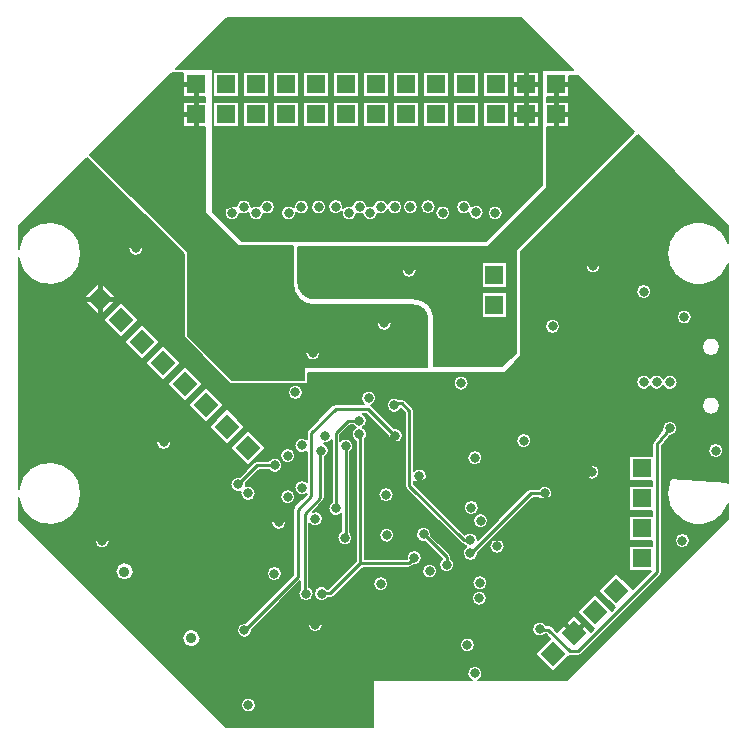
<source format=gbr>
%FSLAX25Y25*%
%MOIN*%
G04 EasyPC Gerber Version 18.0.8 Build 3632 *
%ADD85R,0.06000X0.06000*%
%ADD25C,0.00500*%
%ADD26C,0.01000*%
%ADD28C,0.01500*%
%ADD27C,0.03200*%
%ADD91C,0.03600*%
%AMT89*0 Rectangle Pad at angle 45*21,1,0.06000,0.06000,0,0,45*%
%ADD89T89*%
X0Y0D02*
D02*
D25*
X25768Y193032D02*
X2850Y170115D01*
Y162496*
G75*
G02X23750Y161050I10400J-1446*
G01*
G75*
G02X2850Y159604I-10500*
G01*
Y82496*
G75*
G02X23750Y81050I10400J-1446*
G01*
G75*
G02X2850Y79604I-10500*
G01*
Y72285*
X72085Y3050*
X121050*
Y18750*
X153849*
G75*
G02X152400Y21050I1101J2300*
G01*
G75*
G02X157500I2550*
G01*
G75*
G02X156051Y18750I-2550*
G01*
X185815*
X239450Y72385*
Y77552*
G75*
G02X219050Y81050I-9900J3498*
G01*
G75*
G02X239450Y84548I10500*
G01*
Y157552*
G75*
G02X219050Y161050I-9900J3498*
G01*
G75*
G02X239450Y164548I10500*
G01*
Y170215*
X209182Y200482*
X170350Y161650*
Y126750*
X164950Y121350*
X99450*
Y117450*
X73450*
X57850Y133050*
Y160950*
X25768Y193032*
X23891Y145799D02*
X29901Y151809D01*
X35911Y145799*
X29901Y139789*
X23891Y145799*
X30962Y138728D02*
X36972Y144738D01*
X42983Y138728*
X36972Y132717*
X30962Y138728*
X33300Y65250D02*
G75*
G02X28200I-2550D01*
G01*
G75*
G02X33300I2550*
G01*
X36008Y57192D02*
G75*
G02X40321Y52879I2157J-2157D01*
G01*
G75*
G02X36008Y57192I-2157J2157*
G01*
X38033Y131657D02*
X44043Y137667D01*
X50054Y131657*
X44043Y125646*
X38033Y131657*
X44500Y162750D02*
G75*
G02X39400I-2550D01*
G01*
G75*
G02X44500I2550*
G01*
X45104Y124585D02*
X51115Y130596D01*
X57125Y124585*
X51115Y118575*
X45104Y124585*
X48700Y98050D02*
G75*
G02X53800I2550D01*
G01*
G75*
G02X48700I-2550*
G01*
X52175Y117515D02*
X58185Y123525D01*
X64196Y117515*
X58185Y111504*
X52175Y117515*
X58282Y34918D02*
G75*
G02X62595Y30605I2157J-2157D01*
G01*
G75*
G02X58282Y34918I-2157J2157*
G01*
X59246Y110443D02*
X65257Y116454D01*
X71267Y110443*
X65257Y104433*
X59246Y110443*
X66317Y103372D02*
X72328Y109383D01*
X78338Y103372*
X72328Y97362*
X66317Y103372*
X73389Y96301D02*
X79399Y102311D01*
X85409Y96301*
X79399Y90291*
X73389Y96301*
X76508Y86559D02*
X81425Y91475D01*
G75*
G02X82450Y91900I1025J-1025*
G01*
X86152*
G75*
G02X90800Y90450I2098J-1450*
G01*
G75*
G02X86152Y89000I-2550*
G01*
X83051*
X78559Y84508*
G75*
G02X78532Y83465I-2508J-457*
G01*
G75*
G02X81900Y81050I818J-2415*
G01*
G75*
G02X76800I-2550*
G01*
G75*
G02X76868Y81635I2550J-1*
G01*
G75*
G02X73500Y84050I-818J2415*
G01*
G75*
G02X76508Y86559I2550*
G01*
X76938Y10512D02*
G75*
G02X82038I2550D01*
G01*
G75*
G02X76938I-2550*
G01*
X78420Y37986D02*
X94343Y53819D01*
Y75650*
G75*
G02X94813Y76787I1607*
G01*
X98843Y80816*
Y80882*
G75*
G02X94800Y82950I-1493J2068*
G01*
G75*
G02X98843Y85018I2550*
G01*
Y94982*
G75*
G02X94800Y97050I-1493J2068*
G01*
G75*
G02X98843Y99118I2550*
G01*
Y101150*
G75*
G02X99313Y102287I1607*
G01*
X107413Y110387*
G75*
G02X108550Y110857I1137J-1137*
G01*
X117959*
G75*
G02X117000Y112850I1591J1993*
G01*
G75*
G02X122100I2550*
G01*
G75*
G02X120345Y110427I-2550*
G01*
G75*
G02X120387Y110387I-1100J-1174*
G01*
X128011Y102762*
G75*
G02X131000Y100250I439J-2512*
G01*
G75*
G02X125900I-2550*
G01*
G75*
G02X125901Y100326I2551J-2*
G01*
X118584Y107643*
X117567*
G75*
G02X117551Y103050I-1117J-2293*
G01*
G75*
G02X118200Y98895I-1101J-2300*
G01*
Y59200*
X132240*
G75*
G02X132200Y59650I2510J451*
G01*
G75*
G02X137300I2550*
G01*
G75*
G02X134292Y57141I-2550*
G01*
X133875Y56725*
G75*
G02X132850Y56300I-1025J1025*
G01*
X117573*
X107887Y46613*
G75*
G02X106750Y46143I-1137J1137*
G01*
X105907*
G75*
G02X101300Y47650I-2057J1507*
G01*
G75*
G02X105744Y49357I2550*
G01*
X106084*
X115300Y58573*
Y98474*
G75*
G02X115349Y103050I1150J2276*
G01*
G75*
G02X114352Y103900I1101J2300*
G01*
X113351*
X110100Y100649*
Y98705*
G75*
G02X114400Y96850I1750J-1855*
G01*
G75*
G02X113300Y94752I-2550*
G01*
Y68194*
G75*
G02X114200Y66250I-1650J-1944*
G01*
G75*
G02X109100I-2550*
G01*
G75*
G02X110400Y68472I2550*
G01*
Y74195*
G75*
G02X106100Y76050I-1750J1855*
G01*
G75*
G02X107200Y78148I2550*
G01*
Y98879*
G75*
G02X104669Y97729I-2150J1371*
G01*
G75*
G02X104900Y93074I-919J-2379*
G01*
Y79550*
G75*
G02X104475Y78525I-1450*
G01*
X100907Y74957*
G75*
G02X104300Y72550I843J-2407*
G01*
G75*
G02X99700Y71033I-2550*
G01*
Y49974*
G75*
G02X101200Y47650I-1050J-2324*
G01*
G75*
G02X96100I-2550*
G01*
G75*
G02X96800Y49405I2550*
G01*
Y51728*
X80687Y35706*
G75*
G02X80700Y35450I-2537J-257*
G01*
G75*
G02X75600I-2550*
G01*
G75*
G02X78420Y37986I2550*
G01*
X85600Y54350D02*
G75*
G02X90700I2550D01*
G01*
G75*
G02X85600I-2550*
G01*
X92100Y71450D02*
G75*
G02X87000I-2550D01*
G01*
G75*
G02X92100I2550*
G01*
X95100Y79950D02*
G75*
G02X90000I-2550D01*
G01*
G75*
G02X95100I2550*
G01*
Y93650D02*
G75*
G02X90000I-2550D01*
G01*
G75*
G02X95100I2550*
G01*
X97700Y114750D02*
G75*
G02X92600I-2550D01*
G01*
G75*
G02X97700I2550*
G01*
X99200Y37350D02*
G75*
G02X104300I2550D01*
G01*
G75*
G02X99200I-2550*
G01*
X122800Y80650D02*
G75*
G02X127900I2550D01*
G01*
G75*
G02X122800I-2550*
G01*
X123000Y67150D02*
G75*
G02X128100I2550D01*
G01*
G75*
G02X123000I-2550*
G01*
X126100Y50950D02*
G75*
G02X121000I-2550D01*
G01*
G75*
G02X126100I2550*
G01*
X129667Y112500D02*
X130650D01*
G75*
G02X131675Y112075J-1450*
G01*
X134175Y109575*
G75*
G02X134600Y108550I-1025J-1025*
G01*
Y88605*
G75*
G02X139000Y86850I1850J-1755*
G01*
G75*
G02X134600Y85095I-2550*
G01*
Y84251*
X151522Y67328*
G75*
G02X155897Y65670I1828J-1778*
G01*
X172413Y82187*
G75*
G02X173550Y82657I1137J-1137*
G01*
X176270*
G75*
G02X180800Y81050I1980J-1607*
G01*
G75*
G02X176270Y79443I-2550*
G01*
X174216*
X155994Y61221*
G75*
G02X156000Y61050I-2544J-174*
G01*
G75*
G02X150900I-2550*
G01*
G75*
G02X152201Y63273I2550*
G01*
G75*
G02X151252Y64100I1149J2276*
G01*
X151250*
G75*
G02X150225Y64525J1450*
G01*
X132125Y82625*
G75*
G02X131700Y83650I1025J1025*
G01*
Y107949*
X130400Y109250*
G75*
G02X125600Y110450I-2250J1200*
G01*
G75*
G02X129667Y112500I2550*
G01*
X137300Y55150D02*
G75*
G02X142400I2550D01*
G01*
G75*
G02X137300I-2550*
G01*
X138308Y64941D02*
G75*
G02X135300Y67450I-458J2509D01*
G01*
G75*
G02X140400I2550*
G01*
G75*
G02X140359Y66992I-2550J-1*
G01*
X146575Y60775*
G75*
G02X147000Y59750I-1025J-1025*
G01*
Y59348*
G75*
G02X148100Y57250I-1450J-2098*
G01*
G75*
G02X143000I-2550*
G01*
G75*
G02X143986Y59264I2550*
G01*
X138308Y64941*
X149900Y30550D02*
G75*
G02X155000I2550D01*
G01*
G75*
G02X149900I-2550*
G01*
X151200Y76350D02*
G75*
G02X156300I2550D01*
G01*
G75*
G02X151200I-2550*
G01*
X152400Y92950D02*
G75*
G02X157500I2550D01*
G01*
G75*
G02X152400I-2550*
G01*
X152900Y117850D02*
G75*
G02X147800I-2550D01*
G01*
G75*
G02X152900I2550*
G01*
X153900Y46150D02*
G75*
G02X159000I2550D01*
G01*
G75*
G02X153900I-2550*
G01*
X154300Y71950D02*
G75*
G02X159400I2550D01*
G01*
G75*
G02X154300I-2550*
G01*
X159200Y51250D02*
G75*
G02X154100I-2550D01*
G01*
G75*
G02X159200I2550*
G01*
X164900Y63450D02*
G75*
G02X159800I-2550D01*
G01*
G75*
G02X164900I2550*
G01*
X173800Y98650D02*
G75*
G02X168700I-2550D01*
G01*
G75*
G02X173800I2550*
G01*
X178349Y34043D02*
G75*
G02X174000Y35850I-1799J1807D01*
G01*
G75*
G02X178676Y37257I2550*
G01*
X179450*
G75*
G02X180587Y36787J-1607*
G01*
X182431Y34942*
X188008Y40518*
X193576Y34950*
X194637Y36010*
X189069Y41579*
X195079Y47589*
X200647Y42020*
X201708Y43081*
X196140Y48650*
X202150Y54660*
X207719Y49092*
X213827Y55200*
X206500*
Y63700*
X214143*
Y65200*
X206500*
Y73700*
X214143*
Y75200*
X206500*
Y83700*
X214143*
Y85200*
X206500*
Y93700*
X214143*
Y97450*
G75*
G02X214504Y98465I1607*
G01*
X217480Y102118*
G75*
G02X217400Y102750I2470J632*
G01*
G75*
G02X222500I2550*
G01*
G75*
G02X220067Y100203I-2550*
G01*
X217357Y96878*
Y54850*
G75*
G02X216887Y53713I-1607*
G01*
X190587Y27413*
G75*
G02X189450Y26943I-1137J1137*
G01*
X186550*
G75*
G02X186456Y26945I0J1608*
G01*
X180937Y21426*
X174926Y27437*
X180158Y32669*
X178784Y34043*
X178349*
X183400Y136750D02*
G75*
G02X178300I-2550D01*
G01*
G75*
G02X183400I2550*
G01*
X191800Y156950D02*
G75*
G02X196900I2550D01*
G01*
G75*
G02X191800I-2550*
G01*
X193950Y85600D02*
G75*
G02Y90700J2550D01*
G01*
G75*
G02Y85600J-2550*
G01*
X213400Y116779D02*
G75*
G02X208700Y118150I-2150J1371D01*
G01*
G75*
G02X213400Y119521I2550*
G01*
G75*
G02X217827Y119299I2150J-1371*
G01*
G75*
G02X222600Y118050I2223J-1249*
G01*
G75*
G02X217773Y116901I-2550*
G01*
G75*
G02X213400Y116779I-2223J1249*
G01*
X213800Y148350D02*
G75*
G02X208700I-2550D01*
G01*
G75*
G02X213800I2550*
G01*
X221600Y65350D02*
G75*
G02X226700I2550D01*
G01*
G75*
G02X221600I-2550*
G01*
X222200Y139850D02*
G75*
G02X227300I2550D01*
G01*
G75*
G02X222200I-2550*
G01*
X232700Y95350D02*
G75*
G02X237800I2550D01*
G01*
G75*
G02X232700I-2550*
G01*
X233650Y107300D02*
G75*
G02Y113400J3050D01*
G01*
G75*
G02Y107300J-3050*
G01*
Y126900D02*
G75*
G02Y133000J3050D01*
G01*
G75*
G02Y126900J-3050*
G01*
X2850Y145799D02*
G36*
Y138728D01*
X30962*
X36972Y144738*
X42983Y138728*
X57850*
Y145799*
X35911*
X29901Y139789*
X23891Y145799*
X2850*
G37*
X23891D02*
G36*
X26442Y148350D01*
X2850*
Y145799*
X23891*
G37*
X57850D02*
G36*
Y148350D01*
X33360*
X35911Y145799*
X57850*
G37*
X2850Y138728D02*
G36*
Y131657D01*
X38033*
X44043Y137667*
X50054Y131657*
X59243*
X57850Y133050*
Y138728*
X42983*
X36972Y132717*
X30962Y138728*
X2850*
G37*
X170350D02*
G36*
Y131657D01*
X231122*
G75*
G02X233650Y133000I2528J-1707*
G01*
G75*
G02X236178Y131657J-3050*
G01*
X239450*
Y138728*
X227040*
G75*
G02X222460I-2290J1122*
G01*
X182460*
G75*
G02X183400Y136750I-1610J-1978*
G01*
G75*
G02X178300I-2550*
G01*
G75*
G02X179240Y138728I2550*
G01*
X170350*
G37*
X179240D02*
G36*
G75*
G02X182460I1610J-1978D01*
G01*
X222460*
G75*
G02X222200Y139850I2290J1122*
G01*
G75*
G02X227300I2550*
G01*
G75*
G02X227040Y138728I-2550*
G01*
X239450*
Y148350*
X213800*
G75*
G02X208700I-2550*
G01*
X170350*
Y138728*
X179240*
G37*
X9885Y65250D02*
G36*
X20100Y55035D01*
X35115*
G75*
G02X36008Y57192I3050*
G01*
G75*
G02X41215Y55035I2157J-2157*
G01*
X85694*
G75*
G02X90606I2456J-685*
G01*
X94343*
Y65250*
X33300*
G75*
G02X28200I-2550*
G01*
X9885*
G37*
X28200D02*
G36*
G75*
G02X33300I2550D01*
G01*
X94343*
Y71450*
X92100*
G75*
G02X87000I-2550*
G01*
X17503*
G75*
G02X2850Y79604I-4253J9600*
G01*
Y72285*
X9885Y65250*
X28200*
G37*
X118200D02*
G36*
Y59200D01*
X132240*
G75*
G02X132200Y59650I2510J451*
G01*
G75*
G02X137300I2550*
G01*
G75*
G02X134292Y57141I-2550*
G01*
X133875Y56725*
G75*
G02X132850Y56300I-1025J1025*
G01*
X117573*
X116309Y55035*
X137303*
G75*
G02X137300Y55150I2546J119*
G01*
G75*
G02X142400I2550*
G01*
G75*
G02X142397Y55035I-2550J4*
G01*
X144286*
G75*
G02X143000Y57250I1264J2215*
G01*
G75*
G02X143986Y59264I2550*
G01*
X138308Y64941*
G75*
G02X136561Y65250I-458J2509*
G01*
X127251*
G75*
G02X123849I-1701J1900*
G01*
X118200*
G37*
X123849D02*
G36*
G75*
G02X123000Y67150I1701J1900D01*
G01*
G75*
G02X128100I2550*
G01*
G75*
G02X127251Y65250I-2550*
G01*
X136561*
G75*
G02X135300Y67450I1289J2200*
G01*
G75*
G02X140400I2550*
G01*
G75*
G02X140359Y66992I-2550J-1*
G01*
X142101Y65250*
X149500*
X143300Y71450*
X118200*
Y65250*
X123849*
G37*
X142101D02*
G36*
X146575Y60775D01*
G75*
G02X147000Y59750I-1025J-1025*
G01*
Y59348*
G75*
G02X148100Y57250I-1450J-2098*
G01*
G75*
G02X146814Y55035I-2550*
G01*
X213662*
X213827Y55200*
X206500*
Y63700*
X214143*
Y65200*
X206500*
Y65250*
X164156*
G75*
G02X164900Y63450I-1806J-1800*
G01*
G75*
G02X159800I-2550*
G01*
G75*
G02X160544Y65250I2550*
G01*
X160023*
X155994Y61221*
G75*
G02X156000Y61050I-2544J-174*
G01*
G75*
G02X150900I-2550*
G01*
G75*
G02X152201Y63273I2550*
G01*
G75*
G02X151250Y64100I1148J2281*
G01*
G75*
G02X150225Y64525J1450*
G01*
X149500Y65250*
X142101*
G37*
X160544D02*
G36*
G75*
G02X164156I1806J-1800D01*
G01*
X206500*
Y71450*
X166223*
X160023Y65250*
X160544*
G37*
X217357D02*
G36*
Y55035D01*
X222100*
X232315Y65250*
X226698*
G75*
G02X221602I-2548J100*
G01*
X217357*
G37*
X221602D02*
G36*
G75*
G02X221600Y65350I2547J100D01*
G01*
G75*
G02X226700I2550*
G01*
G75*
G02X226698Y65250I-2550*
G01*
X232315*
X239450Y72385*
Y77552*
G75*
G02X225297Y71450I-9900J3498*
G01*
X217357*
Y65250*
X221602*
G37*
X20100Y55035D02*
G36*
X24185Y50950D01*
X91458*
X94343Y53819*
Y55035*
X90606*
G75*
G02X90700Y54350I-2457J-685*
G01*
G75*
G02X85600I-2550*
G01*
G75*
G02X85694Y55035I2550J0*
G01*
X41215*
G75*
G02X40321Y52879I-3050*
G01*
G75*
G02X35115Y55035I-2157J2157*
G01*
X20100*
G37*
X116309D02*
G36*
X112223Y50950D01*
X121000*
G75*
G02X126100I2550*
G01*
X154118*
G75*
G02X154100Y51250I2532J300*
G01*
G75*
G02X159200I2550*
G01*
G75*
G02X159182Y50950I-2550*
G01*
X198440*
X202150Y54660*
X207719Y49092*
X213662Y55035*
X146814*
G75*
G02X144286I-1264J2215*
G01*
X142397*
G75*
G02X137303I-2547J115*
G01*
X116309*
G37*
X217357D02*
G36*
Y54850D01*
G75*
G02X216887Y53713I-1607*
G01*
X214123Y50950*
X218015*
X222100Y55035*
X217357*
G37*
X2850Y131657D02*
G36*
Y124585D01*
X45104*
X51115Y130596*
X57125Y124585*
X66315*
X59243Y131657*
X50054*
X44043Y125646*
X38033Y131657*
X2850*
G37*
X170350D02*
G36*
Y126750D01*
X164950Y121350*
X99450*
Y117515*
X147822*
G75*
G02X147800Y117850I2528J335*
G01*
G75*
G02X152900I2550*
G01*
G75*
G02X152878Y117515I-2550J-1*
G01*
X208780*
G75*
G02X208700Y118150I2470J635*
G01*
G75*
G02X213400Y119521I2550*
G01*
G75*
G02X217827Y119299I2150J-1371*
G01*
G75*
G02X222600Y118050I2223J-1249*
G01*
G75*
G02X222543Y117515I-2550J-1*
G01*
X239450*
Y131657*
X236178*
G75*
G02X233650Y126900I-2528J-1707*
G01*
G75*
G02X231122Y131657J3050*
G01*
X170350*
G37*
X23611Y162750D02*
G36*
G75*
G02X23750Y161050I-10362J-1700D01*
G01*
G75*
G02X2850Y159604I-10500*
G01*
Y148350*
X26442*
X29901Y151809*
X33360Y148350*
X57850*
Y160950*
X56050Y162750*
X44500*
G75*
G02X39400I-2550*
G01*
X23611*
G37*
X39400D02*
G36*
G75*
G02X44500I2550D01*
G01*
X56050*
X25768Y193032*
X2850Y170115*
Y162496*
G75*
G02X23611Y162750I10400J-1446*
G01*
X39400*
G37*
X2850Y124585D02*
G36*
Y117515D01*
X52175*
X58185Y123525*
X64196Y117515*
X73385*
X66315Y124585*
X57125*
X51115Y118575*
X45104Y124585*
X2850*
G37*
Y98050D02*
G36*
Y93650D01*
X76040*
X73389Y96301*
X75137Y98050*
X73015*
X72328Y97362*
X71640Y98050*
X53800*
G75*
G02X48700I-2550*
G01*
X2850*
G37*
X48700D02*
G36*
G75*
G02X53800I2550D01*
G01*
X71640*
X66317Y103372*
X72328Y109383*
X78338Y103372*
X73015Y98050*
X75137*
X79399Y102311*
X83660Y98050*
X95004*
G75*
G02X98843Y99118I2346J-1000*
G01*
Y101150*
G75*
G02X99313Y102287I1607*
G01*
X107413Y110387*
G75*
G02X107473Y110443I1139J-1134*
G01*
X71267*
X65257Y104433*
X59246Y110443*
X2850*
Y98050*
X48700*
G37*
X83660D02*
G36*
X85409Y96301D01*
X82758Y93650*
X90000*
G75*
G02X95100I2550*
G01*
X98843*
Y94982*
G75*
G02X94800Y97050I-1493J2068*
G01*
G75*
G02X95004Y98050I2550*
G01*
X83660*
G37*
X129739D02*
G36*
G75*
G02X125900Y100250I-1289J2200D01*
G01*
G75*
G02X125901Y100326I2551J-2*
G01*
X118584Y107643*
X117567*
G75*
G02X117551Y103050I-1117J-2293*
G01*
G75*
G02X118200Y98895I-1101J-2300*
G01*
Y93650*
X131700*
Y98050*
X129739*
G37*
X131700D02*
G36*
Y107949D01*
X130400Y109250*
G75*
G02X125600Y110443I-2250J1200*
G01*
X120393*
G75*
G02X120345Y110427I-842J2407*
G01*
G75*
G02X120387Y110387I-1100J-1174*
G01*
X128011Y102762*
G75*
G02X131000Y100250I439J-2512*
G01*
G75*
G02X129739Y98050I-2550*
G01*
X131700*
G37*
X134600D02*
G36*
Y93650D01*
X152498*
G75*
G02X157402I2452J-700*
G01*
X206500*
Y93700*
X214143*
Y97450*
G75*
G02X214259Y98050I1607*
G01*
X173728*
G75*
G02X168772I-2478J600*
G01*
X134600*
G37*
X168772D02*
G36*
G75*
G02X168700Y98650I2478J600D01*
G01*
G75*
G02X173800I2550*
G01*
G75*
G02X173728Y98050I-2550J0*
G01*
X214259*
G75*
G02X214504Y98465I1491J-600*
G01*
X217480Y102118*
G75*
G02X217400Y102750I2470J632*
G01*
G75*
G02X222500I2550*
G01*
G75*
G02X220067Y100203I-2550*
G01*
X218313Y98050*
X239450*
Y110443*
X236698*
G75*
G02X233650Y107300I-3048J-93*
G01*
G75*
G02X230602Y110443J3050*
G01*
X133307*
X134175Y109575*
G75*
G02X134600Y108550I-1025J-1025*
G01*
Y98050*
X168772*
G37*
X218313D02*
G36*
X217357Y96878D01*
Y93650*
X233349*
G75*
G02X232700Y95350I1901J1700*
G01*
G75*
G02X237800I2550*
G01*
G75*
G02X237151Y93650I-2550*
G01*
X239450*
Y98050*
X218313*
G37*
X2850Y117515D02*
G36*
Y114752D01*
X54940*
X52175Y117515*
X2850*
G37*
X64196Y117515D02*
G36*
X61431Y114750D01*
X63553*
X65257Y116454*
X66960Y114750*
X92600*
G75*
G02X97700I2550*
G01*
X117849*
G75*
G02X121251I1701J-1900*
G01*
X239450*
Y117515*
X222543*
G75*
G02X217773Y116901I-2493J535*
G01*
G75*
G02X213400Y116779I-2223J1249*
G01*
G75*
G02X208780Y117515I-2150J1371*
G01*
X152878*
G75*
G02X147822I-2528J335*
G01*
X99450*
Y117450*
X73450*
X73385Y117515*
X64196*
G37*
X42374Y32761D02*
G36*
X64623Y10512D01*
X76938*
G75*
G02X82038I2550*
G01*
X121050*
Y18750*
X153849*
G75*
G02X152400Y21050I1101J2300*
G01*
G75*
G02X157500I2550*
G01*
G75*
G02X156051Y18750I-2550*
G01*
X185815*
X199826Y32761*
X195935*
X190587Y27413*
G75*
G02X189450Y26943I-1137J1137*
G01*
X186550*
G75*
G02X186456Y26945I0J1608*
G01*
X180937Y21426*
X174926Y27437*
X180158Y32669*
X180065Y32761*
X153720*
G75*
G02X155000Y30550I-1270J-2211*
G01*
G75*
G02X149900I-2550*
G01*
G75*
G02X151180Y32761I2550*
G01*
X63489*
G75*
G02X62595Y30605I-3050*
G01*
G75*
G02X57389Y32761I-2157J2157*
G01*
X42374*
G37*
X57389D02*
G36*
G75*
G02X58282Y34918I3050D01*
G01*
G75*
G02X63489Y32761I2157J-2157*
G01*
X151180*
G75*
G02X153720I1270J-2211*
G01*
X180065*
X178784Y34043*
X178349*
G75*
G02X174000Y35850I-1799J1807*
G01*
G75*
G02X174488Y37350I2550*
G01*
X104300*
G75*
G02X99200I-2550*
G01*
X82341*
X80687Y35706*
G75*
G02X80700Y35450I-2537J-257*
G01*
G75*
G02X75600I-2550*
G01*
G75*
G02X76449Y37350I2550*
G01*
X37785*
X42374Y32761*
X57389*
G37*
X199826D02*
G36*
X204415Y37350D01*
X200523*
X195935Y32761*
X199826*
G37*
X59246Y110443D02*
G36*
X63553Y114750D01*
X61431*
X58185Y111504*
X54940Y114750*
X2850*
Y110443*
X59246*
G37*
X107473D02*
G36*
G75*
G02X108550Y110857I1077J-1193D01*
G01*
X117959*
G75*
G02X117000Y112850I1591J1993*
G01*
G75*
G02X117849Y114750I2550*
G01*
X97700*
G75*
G02X92600I-2550*
G01*
X66960*
X71267Y110443*
X107473*
G37*
X125600D02*
G36*
G75*
G02Y110450I2540J4D01*
G01*
G75*
G02X129667Y112500I2550*
G01*
X130650*
G75*
G02X131675Y112075J-1450*
G01*
X133307Y110443*
X230602*
G75*
G02X233650Y113400I3048J-93*
G01*
G75*
G02X236698Y110443J-3050*
G01*
X239450*
Y114750*
X121251*
G75*
G02X122100Y112850I-1701J-1900*
G01*
G75*
G02X120393Y110443I-2550*
G01*
X125600*
G37*
X22639Y85750D02*
G36*
G75*
G02X23750Y81050I-9390J-4700D01*
G01*
G75*
G02X23692Y79950I-10501J1*
G01*
X77050*
G75*
G02X76800Y81050I2300J1100*
G01*
G75*
G02X76868Y81635I2550J-1*
G01*
G75*
G02X73500Y84050I-818J2415*
G01*
G75*
G02X74149Y85750I2550*
G01*
X22639*
G37*
X74149D02*
G36*
G75*
G02X76508Y86559I1901J-1700D01*
G01*
X81425Y91475*
G75*
G02X82450Y91900I1025J-1025*
G01*
X86152*
G75*
G02X90800Y90450I2098J-1450*
G01*
G75*
G02X86152Y89000I-2550*
G01*
X83051*
X79801Y85750*
X98843*
Y93650*
X95100*
G75*
G02X90000I-2550*
G01*
X82758*
X79399Y90291*
X76040Y93650*
X2850*
Y82496*
G75*
G02X22639Y85750I10400J-1446*
G01*
X74149*
G37*
X79801D02*
G36*
X78559Y84508D01*
G75*
G02X78532Y83465I-2508J-457*
G01*
G75*
G02X81900Y81050I818J-2415*
G01*
G75*
G02X81650Y79950I-2550J0*
G01*
X90000*
G75*
G02X95100I2550*
G01*
X97977*
X98843Y80816*
Y80882*
G75*
G02X94800Y82950I-1493J2068*
G01*
G75*
G02X98843Y85018I2550*
G01*
Y85750*
X79801*
G37*
X118200D02*
G36*
Y79950D01*
X122898*
G75*
G02X122800Y80650I2452J700*
G01*
G75*
G02X127900I2550*
G01*
G75*
G02X127802Y79950I-2550J0*
G01*
X134800*
X132125Y82625*
G75*
G02X131700Y83650I1025J1025*
G01*
Y85750*
X118200*
G37*
X131700Y85752D02*
G36*
Y93649D01*
X118200*
Y85752*
X131700*
G37*
X138751Y85750D02*
G36*
G75*
G02X134600Y85095I-2301J1100D01*
G01*
Y84251*
X142501Y76350*
X151200*
G75*
G02X156300I2550*
G01*
X166577*
X172413Y82187*
G75*
G02X173550Y82657I1137J-1137*
G01*
X176270*
G75*
G02X180800Y81050I1980J-1607*
G01*
G75*
G02X180550Y79950I-2550J0*
G01*
X206500*
Y83700*
X214143*
Y85200*
X206500*
Y85750*
X194812*
G75*
G02X193950Y85600I-862J2400*
G01*
G75*
G02X193088Y85750J2550*
G01*
X138751*
G37*
X193088D02*
G36*
G75*
G02X193950Y90700I862J2400D01*
G01*
G75*
G02X194812Y85750J-2550*
G01*
X206500*
Y93650*
X157402*
G75*
G02X157500Y92950I-2452J-700*
G01*
G75*
G02X152400I-2550*
G01*
G75*
G02X152498Y93650I2550J0*
G01*
X134600*
Y88605*
G75*
G02X139000Y86850I1850J-1755*
G01*
G75*
G02X138751Y85750I-2550J0*
G01*
X193088*
G37*
X217357D02*
G36*
Y79950D01*
X219108*
G75*
G02X219050Y81050I10441J1101*
G01*
G75*
G02X220161Y85750I10500*
G01*
X217357*
G37*
X220161D02*
G36*
G75*
G02X239450Y84548I9389J-4700D01*
G01*
Y93650*
X237151*
G75*
G02X233349I-1901J1700*
G01*
X217357*
Y85750*
X220161*
G37*
X64623Y10512D02*
G36*
X72085Y3050D01*
X121050*
Y10512*
X82038*
G75*
G02X76938I-2550*
G01*
X64623*
G37*
X87000Y71450D02*
G36*
G75*
G02X92100I2550D01*
G01*
X94343*
Y75650*
G75*
G02X94503Y76350I1607J0*
G01*
X22639*
G75*
G02X17503Y71450I-9389J4700*
G01*
X87000*
G37*
X143300Y71448D02*
G36*
X138400Y76350D01*
X118200*
Y71448*
X143300*
G37*
X147401Y71450D02*
G36*
X151522Y67328D01*
G75*
G02X155897Y65670I1828J-1778*
G01*
X161677Y71450*
X159350*
G75*
G02X154350I-2500J500*
G01*
X147401*
G37*
X154350D02*
G36*
G75*
G02X154300Y71950I2500J500D01*
G01*
G75*
G02X159400I2550*
G01*
G75*
G02X159350Y71450I-2550J0*
G01*
X161677*
X166577Y76350*
X156300*
G75*
G02X151200I-2550*
G01*
X142501*
X147401Y71450*
X154350*
G37*
X206500D02*
G36*
Y73700D01*
X214143*
Y75200*
X206500*
Y76350*
X171123*
X166223Y71450*
X206500*
G37*
X225297Y71448D02*
G36*
G75*
G02X220161Y76350I4255J9601D01*
G01*
X217358*
Y71448*
X225297*
G37*
X23692Y79950D02*
G36*
G75*
G02X22639Y76350I-10443J1100D01*
G01*
X94503*
G75*
G02X94813Y76787I1447J-700*
G01*
X97977Y79950*
X95100*
G75*
G02X90000I-2550*
G01*
X81650*
G75*
G02X77050I-2300J1100*
G01*
X23692*
G37*
X118200D02*
G36*
Y76350D01*
X138400*
X134800Y79950*
X127802*
G75*
G02X122898I-2452J700*
G01*
X118200*
G37*
X180550D02*
G36*
G75*
G02X176270Y79443I-2300J1100D01*
G01*
X174216*
X171123Y76350*
X206500*
Y79950*
X180550*
G37*
X217358Y79948D02*
G36*
Y76350D01*
X220161*
G75*
G02X219108Y79948I9385J4699*
G01*
X217358*
G37*
X76449Y37350D02*
G36*
G75*
G02X78420Y37986I1701J-1900D01*
G01*
X86631Y46150*
X28985*
X37785Y37350*
X76449*
G37*
X99200D02*
G36*
G75*
G02X104300I2550D01*
G01*
X174488*
G75*
G02X178676Y37257I2062J-1500*
G01*
X179450*
G75*
G02X180587Y36787J-1607*
G01*
X182431Y34942*
X188008Y40518*
X193576Y34950*
X194637Y36010*
X189069Y41579*
X193640Y46150*
X159000*
G75*
G02X153900I-2550*
G01*
X106905*
G75*
G02X106750Y46143I-155J1600*
G01*
X105907*
G75*
G02X101300Y47650I-2057J1507*
G01*
G75*
G02X105744Y49357I2550*
G01*
X106084*
X115300Y58573*
Y98474*
G75*
G02X115349Y103050I1150J2276*
G01*
G75*
G02X114352Y103900I1101J2300*
G01*
X113351*
X110100Y100649*
Y98705*
G75*
G02X114400Y96850I1750J-1855*
G01*
G75*
G02X113300Y94752I-2550*
G01*
Y68194*
G75*
G02X114200Y66250I-1650J-1944*
G01*
G75*
G02X109100I-2550*
G01*
G75*
G02X110400Y68472I2550*
G01*
Y74195*
G75*
G02X106100Y76050I-1750J1855*
G01*
G75*
G02X107200Y78148I2550*
G01*
Y98879*
G75*
G02X104669Y97729I-2150J1371*
G01*
G75*
G02X104900Y93074I-919J-2379*
G01*
Y79550*
G75*
G02X104475Y78525I-1450*
G01*
X100907Y74957*
G75*
G02X104300Y72550I843J-2407*
G01*
G75*
G02X99700Y71033I-2550*
G01*
Y49974*
G75*
G02X101200Y47650I-1050J-2324*
G01*
G75*
G02X96100I-2550*
G01*
G75*
G02X96800Y49405I2550*
G01*
Y51728*
X82341Y37350*
X99200*
G37*
X204415D02*
G36*
X213215Y46149D01*
X209323*
X200523Y37350*
X204415*
G37*
X24185Y50948D02*
G36*
X28985Y46149D01*
X86631*
X91458Y50948*
X24185*
G37*
X112223Y50950D02*
G36*
X107887Y46613D01*
G75*
G02X106905Y46150I-1137J1137*
G01*
X153900*
G75*
G02X159000I2550*
G01*
X193640*
X195079Y47589*
X200647Y42020*
X201708Y43081*
X196140Y48650*
X198440Y50950*
X159182*
G75*
G02X154118I-2532J300*
G01*
X126100*
G75*
G02X121000I-2550*
G01*
X112223*
G37*
X214123Y50948D02*
G36*
X209323Y46149D01*
X213215*
X218015Y50948*
X214123*
G37*
X170350Y156950D02*
G36*
Y148350D01*
X208700*
G75*
G02X213800I2550*
G01*
X239450*
Y157552*
G75*
G02X219883Y156950I-9900J3498*
G01*
X196900*
G75*
G02X191800I-2550*
G01*
X170350*
G37*
X191800D02*
G36*
G75*
G02X196900I2550D01*
G01*
X219883*
G75*
G02X219050Y161050I9667J4100*
G01*
G75*
G02X239450Y164548I10500*
G01*
Y170215*
X209182Y200482*
X170350Y161650*
Y156950*
X191800*
G37*
X26768Y194032D02*
X59250Y161550D01*
Y133550*
X73850Y118950*
X98150*
Y123350*
X139150*
Y139150*
G75*
G03X134550Y143750I-4600*
G01*
X101350*
G75*
G02X94350Y150750J7000*
G01*
Y163450*
X76150*
X64950Y174650*
Y203200*
X57800*
Y211700*
X64950*
Y213200*
X57800*
Y221250*
X53985*
X26768Y194032*
X103500Y127850D02*
G75*
G02X98400I-2550D01*
G01*
G75*
G02X103500I2550*
G01*
X127300Y137750D02*
G75*
G02X122200I-2550D01*
G01*
G75*
G02X127300I2550*
G01*
X64950Y127850D02*
G36*
X73850Y118950D01*
X98150*
Y123350*
X139150*
Y127850*
X103500*
G75*
G02X98400I-2550*
G01*
X64950*
G37*
X98400D02*
G36*
G75*
G02X103500I2550D01*
G01*
X139150*
Y137750*
X127300*
G75*
G02X122200I-2550*
G01*
X59250*
Y133550*
X64950Y127850*
X98400*
G37*
X122200Y137750D02*
G36*
G75*
G02X127300I2550D01*
G01*
X139150*
Y139150*
G75*
G03X134550Y143750I-4600*
G01*
X101350*
G75*
G02X94350Y150750J7000*
G01*
Y163450*
X76150*
X64950Y174650*
Y203200*
X57800*
Y211700*
X64950*
Y213200*
X57800*
Y221250*
X53985*
X26768Y194032*
X59250Y161550*
Y137750*
X122200*
G37*
X55285Y222550D02*
X67550D01*
Y174750*
X77250Y165050*
X158750*
X177450Y183750*
Y185250*
X177350Y222050*
X187615*
X170215Y239450*
X72185*
X55285Y222550*
X75405Y176710D02*
G75*
G02X80500Y176575I2545J-160D01*
G01*
G75*
G02X83214Y176819I1550J-2024*
G01*
G75*
G02X88300Y176550I2536J-269*
G01*
G75*
G02X84586Y174281I-2550*
G01*
G75*
G02X79500Y174525I-2536J269*
G01*
G75*
G02X76595Y174390I-1550J2025*
G01*
G75*
G02X71500Y174550I-2545J160*
G01*
G75*
G02X75405Y176710I2550*
G01*
X76300Y211700D02*
Y203200D01*
X67800*
Y211700*
X76300*
Y221700D02*
Y213200D01*
X67800*
Y221700*
X76300*
X86300Y211700D02*
Y203200D01*
X77800*
Y211700*
X86300*
Y221700D02*
Y213200D01*
X77800*
Y221700*
X86300*
X94604Y176400D02*
G75*
G02X94600Y176550I2548J149D01*
G01*
G75*
G02X99700I2550*
G01*
G75*
G02X95396Y174700I-2550*
G01*
G75*
G02X95400Y174550I-2549J-149*
G01*
G75*
G02X90300I-2550*
G01*
G75*
G02X94604Y176400I2550*
G01*
X96300Y211700D02*
Y203200D01*
X87800*
Y211700*
X96300*
Y221700D02*
Y213200D01*
X87800*
Y221700*
X96300*
X105400Y176550D02*
G75*
G02X100300I-2550D01*
G01*
G75*
G02X105400I2550*
G01*
X106300Y211700D02*
Y203200D01*
X97800*
Y211700*
X106300*
Y221700D02*
Y213200D01*
X97800*
Y221700*
X106300*
X110554Y175074D02*
G75*
G02X106000Y176650I-2004J1576D01*
G01*
G75*
G02X111100I2550*
G01*
G75*
G02X111046Y176126I-2550*
G01*
G75*
G02X114025Y176906I2004J-1576*
G01*
G75*
G02X119075I2525J-356*
G01*
G75*
G02X121025I975J-2357*
G01*
G75*
G02X125900Y177540I2525J-356*
G01*
G75*
G02X130800Y176550I2350J-990*
G01*
G75*
G02X125900Y175560I-2550*
G01*
G75*
G02X122575Y174194I-2350J990*
G01*
G75*
G02X117525I-2525J356*
G01*
G75*
G02X115575I-975J2357*
G01*
G75*
G02X110500Y174550I-2525J356*
G01*
G75*
G02X110554Y175074I2550*
G01*
X116300Y211700D02*
Y203200D01*
X107800*
Y211700*
X116300*
Y221700D02*
Y213200D01*
X107800*
Y221700*
X116300*
X126300Y211700D02*
Y203200D01*
X117800*
Y211700*
X126300*
Y221700D02*
Y213200D01*
X117800*
Y221700*
X126300*
X136000Y176550D02*
G75*
G02X130900I-2550D01*
G01*
G75*
G02X136000I2550*
G01*
X136300Y211700D02*
Y203200D01*
X127800*
Y211700*
X136300*
Y221700D02*
Y213200D01*
X127800*
Y221700*
X136300*
X141900Y176650D02*
G75*
G02X136800I-2550D01*
G01*
G75*
G02X141900I2550*
G01*
X146300Y211700D02*
Y203200D01*
X137800*
Y211700*
X146300*
Y221700D02*
Y213200D01*
X137800*
Y221700*
X146300*
X146800Y174550D02*
G75*
G02X141700I-2550D01*
G01*
G75*
G02X146800I2550*
G01*
X152809Y174532D02*
G75*
G02X148700Y176550I-1559J2018D01*
G01*
G75*
G02X153791Y176768I2550*
G01*
G75*
G02X157900Y174750I1559J-2018*
G01*
G75*
G02X152809Y174532I-2550*
G01*
X156300Y211700D02*
Y203200D01*
X147800*
Y211700*
X156300*
Y221700D02*
Y213200D01*
X147800*
Y221700*
X156300*
X164300Y174550D02*
G75*
G02X159200I-2550D01*
G01*
G75*
G02X164300I2550*
G01*
X166300Y211700D02*
Y203200D01*
X157800*
Y211700*
X166300*
Y221700D02*
Y213200D01*
X157800*
Y221700*
X166300*
X176300Y211700D02*
Y203200D01*
X167800*
Y211700*
X176300*
Y221700D02*
Y213200D01*
X167800*
Y221700*
X176300*
X67550Y175550D02*
G36*
Y174750D01*
X77250Y165050*
X158750*
X169250Y175550*
X164096*
G75*
G02X164300Y174550I-2346J-1000*
G01*
G75*
G02X159200I-2550*
G01*
G75*
G02X159404Y175550I2550*
G01*
X157771*
G75*
G02X157900Y174750I-2421J-800*
G01*
G75*
G02X152809Y174532I-2550*
G01*
G75*
G02X148904Y175550I-1559J2018*
G01*
X146596*
G75*
G02X146800Y174550I-2346J-1000*
G01*
G75*
G02X141700I-2550*
G01*
G75*
G02X141904Y175550I2550*
G01*
X141650*
G75*
G02X137050I-2300J1100*
G01*
X135796*
G75*
G02X131104I-2346J1000*
G01*
X130596*
G75*
G02X125900Y175560I-2346J1000*
G01*
G75*
G02X122575Y174194I-2350J990*
G01*
G75*
G02X117525I-2525J356*
G01*
G75*
G02X115575I-975J2357*
G01*
G75*
G02X110500Y174550I-2525J356*
G01*
G75*
G02X110554Y175074I2550*
G01*
G75*
G02X106250Y175550I-2004J1576*
G01*
X105196*
G75*
G02X100504I-2346J1000*
G01*
X99496*
G75*
G02X95396Y174700I-2346J1000*
G01*
G75*
G02X95400Y174550I-2549J-149*
G01*
G75*
G02X90300I-2550*
G01*
G75*
G02X90504Y175550I2550*
G01*
X88096*
G75*
G02X84586Y174281I-2346J1000*
G01*
G75*
G02X79500Y174525I-2536J269*
G01*
G75*
G02X76595Y174390I-1550J2025*
G01*
G75*
G02X71500Y174550I-2545J160*
G01*
G75*
G02X71704Y175550I2550*
G01*
X67550*
G37*
X71704D02*
G36*
G75*
G02X75405Y176710I2346J-1000D01*
G01*
G75*
G02X80500Y176575I2545J-160*
G01*
G75*
G02X83214Y176819I1550J-2024*
G01*
G75*
G02X88300Y176550I2536J-269*
G01*
G75*
G02X88096Y175550I-2550*
G01*
X90504*
G75*
G02X94604Y176400I2346J-1000*
G01*
G75*
G02X94600Y176550I2548J149*
G01*
G75*
G02X99700I2550*
G01*
G75*
G02X99496Y175550I-2550*
G01*
X100504*
G75*
G02X100300Y176550I2346J1000*
G01*
G75*
G02X105400I2550*
G01*
G75*
G02X105196Y175550I-2550*
G01*
X106250*
G75*
G02X106000Y176650I2300J1100*
G01*
G75*
G02X111100I2550*
G01*
G75*
G02X111046Y176126I-2550*
G01*
G75*
G02X114025Y176906I2004J-1576*
G01*
G75*
G02X119075I2525J-356*
G01*
G75*
G02X121025I975J-2357*
G01*
G75*
G02X125900Y177540I2525J-356*
G01*
G75*
G02X130800Y176550I2350J-990*
G01*
G75*
G02X130596Y175550I-2550*
G01*
X131104*
G75*
G02X130900Y176550I2346J1000*
G01*
G75*
G02X136000I2550*
G01*
G75*
G02X135796Y175550I-2550*
G01*
X137050*
G75*
G02X136800Y176650I2300J1100*
G01*
G75*
G02X141900I2550*
G01*
G75*
G02X141650Y175550I-2550J0*
G01*
X141904*
G75*
G02X146596I2346J-1000*
G01*
X148904*
G75*
G02X148700Y176550I2346J1000*
G01*
G75*
G02X153791Y176768I2550*
G01*
G75*
G02X157771Y175550I1559J-2018*
G01*
X159404*
G75*
G02X164096I2346J-1000*
G01*
X169250*
X177450Y183750*
Y185250*
X177390Y207450*
X176300*
Y203200*
X167800*
Y207450*
X166300*
Y203200*
X157800*
Y207450*
X156300*
Y203200*
X147800*
Y207450*
X146300*
Y203200*
X137800*
Y207450*
X136300*
Y203200*
X127800*
Y207450*
X126300*
Y203200*
X117800*
Y207450*
X116300*
Y203200*
X107800*
Y207450*
X106300*
Y203200*
X97800*
Y207450*
X96300*
Y203200*
X87800*
Y207450*
X86300*
Y203200*
X77800*
Y207450*
X76300*
Y203200*
X67800*
Y207450*
X67550*
Y175550*
X71704*
G37*
X67800Y207450D02*
G36*
Y211700D01*
X76300*
Y207450*
X77800*
Y211700*
X86300*
Y207450*
X87800*
Y211700*
X96300*
Y207450*
X97800*
Y211700*
X106300*
Y207450*
X107800*
Y211700*
X116300*
Y207450*
X117800*
Y211700*
X126300*
Y207450*
X127800*
Y211700*
X136300*
Y207450*
X137800*
Y211700*
X146300*
Y207450*
X147800*
Y211700*
X156300*
Y207450*
X157800*
Y211700*
X166300*
Y207450*
X167800*
Y211700*
X176300*
Y207450*
X177390*
X177363Y217450*
X176300*
Y213200*
X167800*
Y217450*
X166300*
Y213200*
X157800*
Y217450*
X156300*
Y213200*
X147800*
Y217450*
X146300*
Y213200*
X137800*
Y217450*
X136300*
Y213200*
X127800*
Y217450*
X126300*
Y213200*
X117800*
Y217450*
X116300*
Y213200*
X107800*
Y217450*
X106300*
Y213200*
X97800*
Y217450*
X96300*
Y213200*
X87800*
Y217450*
X86300*
Y213200*
X77800*
Y217450*
X76300*
Y213200*
X67800*
Y217450*
X67550*
Y207450*
X67800*
G37*
Y217450D02*
G36*
Y221700D01*
X76300*
Y217450*
X77800*
Y221700*
X86300*
Y217450*
X87800*
Y221700*
X96300*
Y217450*
X97800*
Y221700*
X106300*
Y217450*
X107800*
Y221700*
X116300*
Y217450*
X117800*
Y221700*
X126300*
Y217450*
X127800*
Y221700*
X136300*
Y217450*
X137800*
Y221700*
X146300*
Y217450*
X147800*
Y221700*
X156300*
Y217450*
X157800*
Y221700*
X166300*
Y217450*
X167800*
Y221700*
X176300*
Y217450*
X177363*
X177350Y222050*
X187615*
X170215Y239450*
X72185*
X55285Y222550*
X67550*
Y217450*
X67800*
G37*
X179150Y203200D02*
Y182950D01*
X159450Y163250*
X96050*
Y151450*
G75*
G03X101450Y146050I5400*
G01*
X134650*
G75*
G02X141450Y139250J-6800*
G01*
Y123550*
X164150*
X168550Y127950*
Y162050*
X208082Y201582*
X189315Y220350*
X186300*
Y213200*
X179150*
Y211700*
X186300*
Y203200*
X179150*
X135600Y155450D02*
G75*
G02X130500I-2550D01*
G01*
G75*
G02X135600I2550*
G01*
X165700Y139600D02*
X157200D01*
Y148100*
X165700*
Y139600*
Y149600D02*
X157200D01*
Y158100*
X165700*
Y149600*
X96050Y155450D02*
G36*
Y151450D01*
G75*
G03X101450Y146050I5400*
G01*
X134650*
G75*
G02X139658Y143850J-6800*
G01*
X157200*
Y148100*
X165700*
Y143850*
X168550*
Y155450*
X165700*
Y149600*
X157200*
Y155450*
X135600*
G75*
G02X130500I-2550*
G01*
X96050*
G37*
X130500D02*
G36*
G75*
G02X135600I2550D01*
G01*
X157200*
Y158100*
X165700*
Y155450*
X168550*
Y162050*
X208082Y201582*
X189315Y220350*
X186300*
Y213200*
X179150*
Y211700*
X186300*
Y203200*
X179150*
Y182950*
X159450Y163250*
X96050*
Y155450*
X130500*
G37*
X139658Y143850D02*
G36*
G75*
G02X141450Y139250I-5008J-4600D01*
G01*
Y123550*
X164150*
X168550Y127950*
Y143850*
X165700*
Y139600*
X157200*
Y143850*
X139658*
G37*
D02*
D26*
X78150Y35450D02*
X78250D01*
X95950Y53150*
Y75650*
X100450Y80150*
Y101150*
X108550Y109250*
X119250*
X128250Y100250*
X128450*
X88250Y90450D02*
X82450D01*
X76050Y84050*
X103750Y95350D02*
X103450D01*
Y79550*
X98250Y74350*
Y47650*
X98650*
X108650Y76050D02*
Y101250D01*
X112750Y105350*
X116450*
X111650Y66250D02*
X111850D01*
Y96850*
X116450Y100750D02*
X116750D01*
Y57750*
X132850*
X134750Y59650*
X116750Y57750D02*
X106750Y47750D01*
X103850*
Y47650*
X137850Y67450D02*
X145550Y59750D01*
Y57250*
X153350Y65550D02*
X151250D01*
X133150Y83650*
Y108550*
X130650Y111050*
X128450*
Y110450*
X128150*
X176550Y35850D02*
Y35650D01*
X179450*
X186550Y28550*
X189450*
X215750Y54850*
Y97450*
X220150Y102850*
Y102750*
X219950*
X178250Y81050D02*
X173550D01*
X153550Y61050*
X153450*
D02*
D27*
X30750Y65250D03*
X41950Y162750D03*
X51250Y98050D03*
X69350Y184650D03*
X70750Y138050D03*
X74050Y174550D03*
X76050Y84050D03*
X77950Y176550D03*
X78150Y35450D03*
X79350Y81050D03*
X79488Y10512D03*
X82050Y174550D03*
X83350Y77550D03*
X85750Y176550D03*
X88150Y54350D03*
X88250Y90450D03*
X89550Y71450D03*
X92550Y79950D03*
Y93650D03*
X92850Y174550D03*
X95150Y114750D03*
X97150Y176550D03*
X97350Y82950D03*
Y97050D03*
X98650Y47650D03*
X99550Y21850D03*
X100550Y149850D03*
X100950Y127850D03*
X101250Y111350D03*
X101750Y37350D03*
Y72550D03*
X102850Y176550D03*
X103750Y95350D03*
X103850Y47650D03*
X104450Y63450D03*
X105050Y100250D03*
X108550Y176650D03*
X108650Y76050D03*
X108887Y139650D03*
X111650Y66250D03*
X111850Y96850D03*
X113050Y174550D03*
X116450Y100750D03*
Y105350D03*
X116550Y176550D03*
X119550Y112850D03*
X120050Y174550D03*
X123550Y50950D03*
Y176550D03*
X124750Y137750D03*
X125350Y80650D03*
X125550Y67150D03*
X126050Y92950D03*
X127850Y63250D03*
X128050Y147650D03*
X128150Y110450D03*
X128250Y176550D03*
X128350Y105450D03*
X128450Y100250D03*
X129950Y129350D03*
X130350Y72850D03*
X133050Y155450D03*
X133450Y176550D03*
X134650Y44150D03*
X134750Y59650D03*
X136450Y86850D03*
X137850Y67450D03*
X139350Y176650D03*
X139850Y55150D03*
X144250Y174550D03*
X145550Y57250D03*
X147150Y134450D03*
X150350Y117850D03*
X151250Y176550D03*
X152450Y30550D03*
X153350Y65550D03*
X153450Y61050D03*
X153750Y76350D03*
X154950Y21050D03*
Y92950D03*
X155350Y174750D03*
X156450Y46150D03*
X156650Y51250D03*
X156850Y71950D03*
X161750Y174550D03*
X161950Y126650D03*
X162350Y63450D03*
X171250Y98650D03*
X171550Y185750D03*
X176550Y35850D03*
X177350Y96550D03*
X178250Y81050D03*
X180850Y136750D03*
X184850Y84250D03*
X189750Y133650D03*
X193950Y88150D03*
X194350Y156950D03*
X211250Y118150D03*
Y148350D03*
X215550Y118150D03*
X219950Y102750D03*
X220050Y118050D03*
X224150Y65350D03*
X224750Y139850D03*
X235250Y95350D03*
D02*
D28*
X26409Y145799D02*
X23184D01*
X29901Y142306D02*
Y139081D01*
Y149291D02*
Y152516D01*
X33394Y145799D02*
X36619D01*
X59800Y207450D02*
X57300D01*
X59800Y217450D02*
X57300D01*
X62050Y205200D02*
Y202700D01*
Y209700D02*
Y212200D01*
Y215200D02*
Y212700D01*
X82500Y77550D02*
X80000D01*
X83350Y76700D02*
Y74200D01*
Y78400D02*
Y80900D01*
X84200Y77550D02*
X86700D01*
X98700Y21850D02*
X96200D01*
X99550Y21000D02*
Y18500D01*
Y22700D02*
Y25200D01*
X99700Y149850D02*
X97200D01*
X100400Y21850D02*
X102900D01*
X100400Y111350D02*
X97900D01*
X100550Y150700D02*
Y153200D01*
X101250Y110500D02*
Y108000D01*
Y112200D02*
Y114700D01*
X101400Y149850D02*
X103900D01*
X102100Y111350D02*
X104600D01*
X103600Y63450D02*
X101100D01*
X104450Y62600D02*
Y60100D01*
Y64300D02*
Y66800D01*
X105300Y63450D02*
X107800D01*
X125200Y92950D02*
X122700D01*
X126050Y92100D02*
Y89600D01*
Y93800D02*
Y96300D01*
X126900Y92950D02*
X129400D01*
X127000Y63250D02*
X124500D01*
X127200Y147650D02*
X124700D01*
X127749Y106051D02*
X125981Y107819D01*
X127850Y62400D02*
Y59900D01*
X128050Y148500D02*
Y151000D01*
X128700Y63250D02*
X131200D01*
X128900Y147650D02*
X131400D01*
X128951Y104849D02*
X130719Y103081D01*
X128951Y106051D02*
X130719Y107819D01*
X129500Y72850D02*
X127000D01*
X130350Y72000D02*
Y69500D01*
Y73700D02*
Y76200D01*
X131200Y72850D02*
X133700D01*
X133800Y44150D02*
X131300D01*
X134650Y43300D02*
Y40800D01*
Y45000D02*
Y47500D01*
X135500Y44150D02*
X138000D01*
X146300Y134450D02*
X143800D01*
X147150Y133600D02*
Y131100D01*
Y135300D02*
Y137800D01*
X148000Y134450D02*
X150500D01*
X161100Y126650D02*
X158600D01*
X161950Y127500D02*
Y130000D01*
X162800Y126650D02*
X165300D01*
X169800Y207450D02*
X167300D01*
X169800Y217450D02*
X167300D01*
X172050Y205200D02*
Y202700D01*
Y209700D02*
Y212200D01*
Y215200D02*
Y212700D01*
Y219700D02*
Y222200D01*
X174300Y207450D02*
X176800D01*
X174300Y217450D02*
X176800D01*
X176500Y96550D02*
X174000D01*
X177350Y95700D02*
Y93200D01*
Y97400D02*
Y99900D01*
X178200Y96550D02*
X180700D01*
X182050Y205200D02*
Y202700D01*
Y209700D02*
Y212200D01*
Y215200D02*
Y212700D01*
X184000Y84250D02*
X181500D01*
X184300Y207450D02*
X186800D01*
X184300Y217450D02*
X186800D01*
X184850Y83400D02*
Y80900D01*
Y85100D02*
Y87600D01*
X185700Y84250D02*
X188200D01*
X186417Y36099D02*
X184649Y37867D01*
X188900Y133650D02*
X186400D01*
X189599Y36099D02*
X191367Y37867D01*
X189750Y132800D02*
Y130300D01*
Y134500D02*
Y137000D01*
X190600Y133650D02*
X193100D01*
D02*
D85*
X62050Y207450D03*
Y217450D03*
X72050Y207450D03*
Y217450D03*
X82050Y207450D03*
Y217450D03*
X92050Y207450D03*
Y217450D03*
X102050Y207450D03*
Y217450D03*
X112050Y207450D03*
Y217450D03*
X122050Y207450D03*
Y217450D03*
X132050Y207450D03*
Y217450D03*
X142050Y207450D03*
Y217450D03*
X152050Y207450D03*
Y217450D03*
X161450Y143850D03*
Y153850D03*
X162050Y207450D03*
Y217450D03*
X172050Y207450D03*
Y217450D03*
X182050Y207450D03*
Y217450D03*
X210750Y59450D03*
Y69450D03*
Y79450D03*
Y89450D03*
D02*
D89*
X29901Y145799D03*
X36972Y138728D03*
X44043Y131657D03*
X51115Y124585D03*
X58185Y117515D03*
X65257Y110443D03*
X72328Y103372D03*
X79399Y96301D03*
X180937Y27437D03*
X188008Y34508D03*
X195079Y41579D03*
X202150Y48650D03*
D02*
D91*
X38165Y55035D03*
X60439Y32761D03*
X0Y0D02*
M02*

</source>
